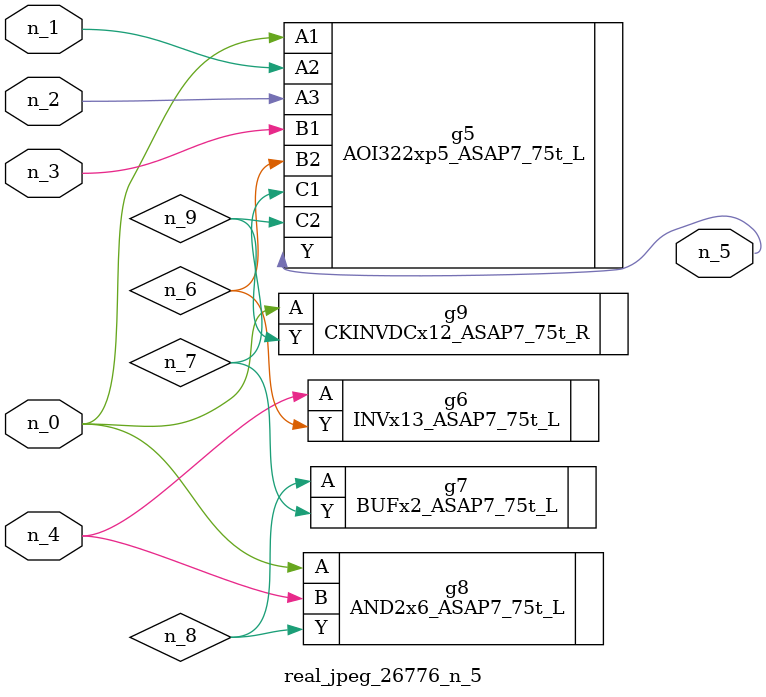
<source format=v>
module real_jpeg_26776_n_5 (n_4, n_0, n_1, n_2, n_3, n_5);

input n_4;
input n_0;
input n_1;
input n_2;
input n_3;

output n_5;

wire n_8;
wire n_6;
wire n_7;
wire n_9;

AOI322xp5_ASAP7_75t_L g5 ( 
.A1(n_0),
.A2(n_1),
.A3(n_2),
.B1(n_3),
.B2(n_6),
.C1(n_7),
.C2(n_9),
.Y(n_5)
);

AND2x6_ASAP7_75t_L g8 ( 
.A(n_0),
.B(n_4),
.Y(n_8)
);

CKINVDCx12_ASAP7_75t_R g9 ( 
.A(n_0),
.Y(n_9)
);

INVx13_ASAP7_75t_L g6 ( 
.A(n_4),
.Y(n_6)
);

BUFx2_ASAP7_75t_L g7 ( 
.A(n_8),
.Y(n_7)
);


endmodule
</source>
